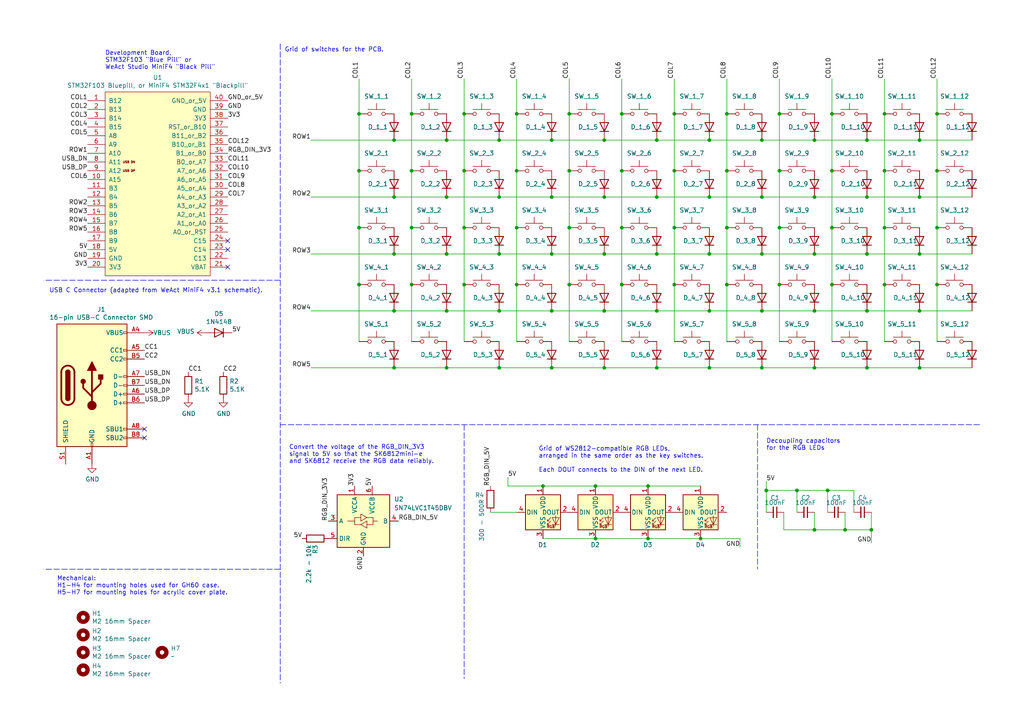
<source format=kicad_sch>
(kicad_sch (version 20211123) (generator eeschema)
  (paper "A4")
  (title_block (title "X-2, ARM-Devboard variant of peej's Lumberjack") (date "2021-12-04") (rev "2021.1") (company "Richard Goulter (github.com/rgoulter)") (comment 1 "Feature: 4x WS2812B RGB LEDs.") (comment 2 "Feature: an External USB-C connector.") (comment 3 "Uses pads common to both the Bluepill devboard and the WeAct MiniF4.") (comment 4 "Keyboard PCB; 12x5 matrix."))
  (lib_symbols
    (symbol "Connector:USB_C_Receptacle_USB2.0" (pin_names (offset 1.016))
      (property "Reference" "J" (at -10.16 19.05 0))
      (property "Value" "USB_C_Receptacle_USB2.0" (at 19.05 19.05 0))
      (symbol "USB_C_Receptacle_USB2.0_1_1"
        (pin passive line (at 0 -22.86 90) (length 5.08) (name "GND") (number "A1"))
        (pin passive line (at 0 -22.86 90) (length 5.08) hide (name "GND") (number "A12"))
        (pin passive line (at 15.24 15.24 180) (length 5.08) (name "VBUS") (number "A4"))
        (pin bidirectional line (at 15.24 10.16 180) (length 5.08) (name "CC1") (number "A5"))
        (pin bidirectional line (at 15.24 -2.54 180) (length 5.08) (name "D+") (number "A6"))
        (pin bidirectional line (at 15.24 2.54 180) (length 5.08) (name "D-") (number "A7"))
        (pin bidirectional line (at 15.24 -12.7 180) (length 5.08) (name "SBU1") (number "A8"))
        (pin passive line (at 15.24 15.24 180) (length 5.08) hide (name "VBUS") (number "A9"))
        (pin passive line (at 0 -22.86 90) (length 5.08) hide (name "GND") (number "B1"))
        (pin passive line (at 0 -22.86 90) (length 5.08) hide (name "GND") (number "B12"))
        (pin passive line (at 15.24 15.24 180) (length 5.08) hide (name "VBUS") (number "B4"))
        (pin bidirectional line (at 15.24 7.62 180) (length 5.08) (name "CC2") (number "B5"))
        (pin bidirectional line (at 15.24 -5.08 180) (length 5.08) (name "D+") (number "B6"))
        (pin bidirectional line (at 15.24 0 180) (length 5.08) (name "D-") (number "B7"))
        (pin bidirectional line (at 15.24 -15.24 180) (length 5.08) (name "SBU2") (number "B8"))
        (pin passive line (at 15.24 15.24 180) (length 5.08) hide (name "VBUS") (number "B9"))
        (pin passive line (at -7.62 -22.86 90) (length 5.08) (name "SHIELD") (number "S1"))
      )
    )
    (symbol "Device:C_Small" (pin_numbers hide) (pin_names (offset 0.254) hide)
      (property "Reference" "C" (at 0.254 1.778 0))
      (property "Value" "C_Small" (at 0.254 -2.032 0))
      (symbol "C_Small_1_1"
        (pin passive line (at 0 2.54 270) (length 2.032) (name "~") (number "1"))
        (pin passive line (at 0 -2.54 90) (length 2.032) (name "~") (number "2"))
      )
    )
    (symbol "Device:D" (pin_numbers hide) (pin_names (offset 1.016) hide)
      (property "Reference" "D" (at 0 2.54 0))
      (property "Value" "D" (at 0 -2.54 0))
      (symbol "D_1_1"
        (pin passive line (at -3.81 0 0) (length 2.54) (name "K") (number "1"))
        (pin passive line (at 3.81 0 180) (length 2.54) (name "A") (number "2"))
      )
    )
    (symbol "Device:R" (pin_numbers hide) (pin_names (offset 0))
      (property "Reference" "R" (at 2.032 0 90))
      (property "Value" "R" (at 0 0 90))
      (symbol "R_1_1"
        (pin passive line (at 0 3.81 270) (length 1.27) (name "~") (number "1"))
        (pin passive line (at 0 -3.81 90) (length 1.27) (name "~") (number "2"))
      )
    )
    (symbol "LED:WS2812B" (pin_names (offset 0.254))
      (property "Reference" "D" (at 5.08 5.715 0))
      (property "Value" "WS2812B" (at 1.27 -5.715 0))
      (symbol "WS2812B_0_0"
        (text "RGB" (at 2.286 -4.191 0) (effects (font (size 0.762 0.762))))
      )
      (symbol "WS2812B_1_1"
        (pin power_in line (at 0 7.62 270) (length 2.54) (name "VDD") (number "1"))
        (pin output line (at 7.62 0 180) (length 2.54) (name "DOUT") (number "2"))
        (pin power_in line (at 0 -7.62 90) (length 2.54) (name "VSS") (number "3"))
        (pin input line (at -7.62 0 0) (length 2.54) (name "DIN") (number "4"))
      )
    )
    (symbol "Logic_LevelTranslator:SN74LVC1T45DBV"
      (property "Reference" "U" (at -6.35 8.89 0))
      (property "Value" "SN74LVC1T45DBV" (at 3.81 8.89 0))
      (symbol "SN74LVC1T45DBV_1_1"
        (pin power_in line (at -2.54 10.16 270) (length 2.54) (name "VCCA") (number "1"))
        (pin power_in line (at 0 -10.16 90) (length 2.54) (name "GND") (number "2"))
        (pin bidirectional line (at -10.16 0 0) (length 2.54) (name "A") (number "3"))
        (pin bidirectional line (at 10.16 0 180) (length 2.54) (name "B") (number "4"))
        (pin input line (at -10.16 -5.08 0) (length 2.54) (name "DIR") (number "5"))
        (pin power_in line (at 2.54 10.16 270) (length 2.54) (name "VCCB") (number "6"))
      )
    )
    (symbol "Mechanical:MountingHole" (pin_names (offset 1.016))
      (property "Reference" "H" (at 0 5.08 0))
      (property "Value" "MountingHole" (at 0 3.175 0))
    )
    (symbol "ProjectLocal:BluePill_or_MiniF4_DIP40" (pin_names (offset 1.016))
      (property "Reference" "U" (at -12.7 27.94 0))
      (property "Value" "BluePill_or_MiniF4_DIP40" (at -2.54 1.27 90))
      (symbol "BluePill_or_MiniF4_DIP40_0_0"
        (text "USB DN" (at -10.16 5.08 0) (effects (font (size 0.6096 0.6096)) (justify left)))
        (text "USB DP" (at -10.16 2.54 0) (effects (font (size 0.6096 0.6096)) (justify left)))
      )
      (symbol "BluePill_or_MiniF4_DIP40_1_1"
        (pin bidirectional line (at -20.32 22.86 0) (length 5.08) (name "B12") (number "1"))
        (pin bidirectional line (at -20.32 0 0) (length 5.08) (name "A15") (number "10"))
        (pin bidirectional line (at -20.32 -2.54 0) (length 5.08) (name "B3") (number "11"))
        (pin bidirectional line (at -20.32 -5.08 0) (length 5.08) (name "B4") (number "12"))
        (pin bidirectional line (at -20.32 -7.62 0) (length 5.08) (name "B5") (number "13"))
        (pin bidirectional line (at -20.32 -10.16 0) (length 5.08) (name "B6") (number "14"))
        (pin bidirectional line (at -20.32 -12.7 0) (length 5.08) (name "B7") (number "15"))
        (pin bidirectional line (at -20.32 -15.24 0) (length 5.08) (name "B8") (number "16"))
        (pin bidirectional line (at -20.32 -17.78 0) (length 5.08) (name "B9") (number "17"))
        (pin power_out line (at -20.32 -20.32 0) (length 5.08) (name "5V") (number "18"))
        (pin power_out line (at -20.32 -22.86 0) (length 5.08) (name "GND") (number "19"))
        (pin bidirectional line (at -20.32 20.32 0) (length 5.08) (name "B13") (number "2"))
        (pin power_out line (at -20.32 -25.4 0) (length 5.08) (name "3V3") (number "20"))
        (pin power_out line (at 20.32 -25.4 180) (length 5.08) (name "VBAT") (number "21"))
        (pin bidirectional line (at 20.32 -22.86 180) (length 5.08) (name "C13") (number "22"))
        (pin bidirectional line (at 20.32 -20.32 180) (length 5.08) (name "C14") (number "23"))
        (pin bidirectional line (at 20.32 -17.78 180) (length 5.08) (name "C15") (number "24"))
        (pin input line (at 20.32 -15.24 180) (length 5.08) (name "A0_or_RST") (number "25"))
        (pin bidirectional line (at 20.32 -12.7 180) (length 5.08) (name "A1_or_A0") (number "26"))
        (pin bidirectional line (at 20.32 -10.16 180) (length 5.08) (name "A2_or_A1") (number "27"))
        (pin bidirectional line (at 20.32 -7.62 180) (length 5.08) (name "A3_or_A2") (number "28"))
        (pin bidirectional line (at 20.32 -5.08 180) (length 5.08) (name "A4_or_A3") (number "29"))
        (pin bidirectional line (at -20.32 17.78 0) (length 5.08) (name "B14") (number "3"))
        (pin bidirectional line (at 20.32 -2.54 180) (length 5.08) (name "A5_or_A4") (number "30"))
        (pin bidirectional line (at 20.32 0 180) (length 5.08) (name "A6_or_A5") (number "31"))
        (pin bidirectional line (at 20.32 2.54 180) (length 5.08) (name "A7_or_A6") (number "32"))
        (pin bidirectional line (at 20.32 5.08 180) (length 5.08) (name "B0_or_A7") (number "33"))
        (pin bidirectional line (at 20.32 7.62 180) (length 5.08) (name "B1_or_B0") (number "34"))
        (pin bidirectional line (at 20.32 10.16 180) (length 5.08) (name "B10_or_B1") (number "35"))
        (pin bidirectional line (at 20.32 12.7 180) (length 5.08) (name "B11_or_B2") (number "36"))
        (pin bidirectional line (at 20.32 15.24 180) (length 5.08) (name "RST_or_B10") (number "37"))
        (pin power_out line (at 20.32 17.78 180) (length 5.08) (name "3V3") (number "38"))
        (pin power_out line (at 20.32 20.32 180) (length 5.08) (name "GND") (number "39"))
        (pin bidirectional line (at -20.32 15.24 0) (length 5.08) (name "B15") (number "4"))
        (pin power_out line (at 20.32 22.86 180) (length 5.08) (name "GND_or_5V") (number "40"))
        (pin bidirectional line (at -20.32 12.7 0) (length 5.08) (name "A8") (number "5"))
        (pin bidirectional line (at -20.32 10.16 0) (length 5.08) (name "A9") (number "6"))
        (pin bidirectional line (at -20.32 7.62 0) (length 5.08) (name "A10") (number "7"))
        (pin bidirectional line (at -20.32 5.08 0) (length 5.08) (name "A11") (number "8"))
        (pin bidirectional line (at -20.32 2.54 0) (length 5.08) (name "A12") (number "9"))
      )
    )
    (symbol "Switch:SW_Push" (pin_numbers hide) (pin_names (offset 1.016) hide)
      (property "Reference" "SW" (at 1.27 2.54 0))
      (property "Value" "SW_Push" (at 0 -1.524 0))
      (symbol "SW_Push_0_1"
        (pin passive line (at -5.08 0 0) (length 2.54) (name "1") (number "1"))
        (pin passive line (at 5.08 0 180) (length 2.54) (name "2") (number "2"))
      )
    )
    (symbol "power:GND" (power) (pin_names (offset 0))
      (property "Value" "GND" (at 0 -3.81 0))
      (symbol "GND_1_1"
        (pin power_in line (at 0 0 270) (length 0) hide (name "GND") (number "1"))
      )
    )
    (symbol "power:VBUS" (power) (pin_names (offset 0))
      (property "Value" "VBUS" (at 0 3.81 0))
      (symbol "VBUS_1_1"
        (pin power_in line (at 0 0 90) (length 0) hide (name "VBUS") (number "1"))
      )
    )
  )
  (junction (at 271.78 33.02))
  (junction (at 251.46 90.17))
  (junction (at 236.22 73.66))
  (junction (at 104.14 33.02))
  (junction (at 129.54 90.17))
  (junction (at 114.3 73.66))
  (junction (at 252.73 153.67))
  (junction (at 190.5 40.64))
  (junction (at 180.34 82.55))
  (junction (at 175.26 73.66))
  (junction (at 175.26 106.68))
  (junction (at 271.78 82.55))
  (junction (at 251.46 106.68))
  (junction (at 134.62 49.53))
  (junction (at 144.78 90.17))
  (junction (at 241.3 66.04))
  (junction (at 226.06 49.53))
  (junction (at 129.54 73.66))
  (junction (at 210.82 66.04))
  (junction (at 256.54 33.02))
  (junction (at 190.5 57.15))
  (junction (at 165.1 49.53))
  (junction (at 205.74 40.64))
  (junction (at 220.98 73.66))
  (junction (at 210.82 33.02))
  (junction (at 134.62 66.04))
  (junction (at 220.98 90.17))
  (junction (at 160.02 57.15))
  (junction (at 190.5 106.68))
  (junction (at 114.3 57.15))
  (junction (at 256.54 49.53))
  (junction (at 160.02 73.66))
  (junction (at 266.7 73.66))
  (junction (at 195.58 82.55))
  (junction (at 271.78 49.53))
  (junction (at 172.72 140.97))
  (junction (at 222.25 142.24))
  (junction (at 210.82 49.53))
  (junction (at 160.02 106.68))
  (junction (at 236.22 106.68))
  (junction (at 231.14 142.24))
  (junction (at 129.54 106.68))
  (junction (at 119.38 49.53))
  (junction (at 144.78 40.64))
  (junction (at 175.26 57.15))
  (junction (at 271.78 66.04))
  (junction (at 220.98 57.15))
  (junction (at 266.7 57.15))
  (junction (at 144.78 57.15))
  (junction (at 157.48 140.97))
  (junction (at 165.1 82.55))
  (junction (at 144.78 73.66))
  (junction (at 160.02 40.64))
  (junction (at 104.14 82.55))
  (junction (at 195.58 33.02))
  (junction (at 149.86 49.53))
  (junction (at 114.3 40.64))
  (junction (at 251.46 40.64))
  (junction (at 172.72 156.21))
  (junction (at 160.02 90.17))
  (junction (at 226.06 82.55))
  (junction (at 220.98 40.64))
  (junction (at 210.82 82.55))
  (junction (at 187.96 156.21))
  (junction (at 251.46 73.66))
  (junction (at 205.74 106.68))
  (junction (at 236.22 57.15))
  (junction (at 195.58 49.53))
  (junction (at 175.26 40.64))
  (junction (at 149.86 33.02))
  (junction (at 190.5 73.66))
  (junction (at 165.1 66.04))
  (junction (at 119.38 66.04))
  (junction (at 251.46 57.15))
  (junction (at 180.34 66.04))
  (junction (at 245.11 153.67))
  (junction (at 149.86 66.04))
  (junction (at 241.3 82.55))
  (junction (at 226.06 33.02))
  (junction (at 190.5 90.17))
  (junction (at 104.14 66.04))
  (junction (at 266.7 40.64))
  (junction (at 241.3 49.53))
  (junction (at 114.3 106.68))
  (junction (at 187.96 140.97))
  (junction (at 256.54 66.04))
  (junction (at 220.98 106.68))
  (junction (at 165.1 33.02))
  (junction (at 129.54 57.15))
  (junction (at 236.22 40.64))
  (junction (at 241.3 33.02))
  (junction (at 114.3 90.17))
  (junction (at 104.14 49.53))
  (junction (at 205.74 57.15))
  (junction (at 205.74 90.17))
  (junction (at 134.62 33.02))
  (junction (at 240.03 142.24))
  (junction (at 266.7 106.68))
  (junction (at 129.54 40.64))
  (junction (at 180.34 49.53))
  (junction (at 236.22 90.17))
  (junction (at 226.06 66.04))
  (junction (at 119.38 82.55))
  (junction (at 134.62 82.55))
  (junction (at 119.38 33.02))
  (junction (at 180.34 33.02))
  (junction (at 256.54 82.55))
  (junction (at 195.58 66.04))
  (junction (at 205.74 73.66))
  (junction (at 266.7 90.17))
  (junction (at 175.26 90.17))
  (junction (at 236.22 153.67))
  (junction (at 144.78 106.68))
  (junction (at 149.86 82.55))
  (junction (at 203.2 156.21))
  (no_connect (at 41.91 124.46))
  (no_connect (at 66.04 72.39))
  (no_connect (at 66.04 69.85))
  (no_connect (at 41.91 127))
  (no_connect (at 66.04 77.47))
  (wire (pts (xy 247.65 148.59) (xy 247.65 142.24)))
  (wire (pts (xy 104.14 66.04) (xy 104.14 82.55)))
  (wire (pts (xy 251.46 106.68) (xy 236.22 106.68)))
  (polyline (pts (xy 81.28 165.1) (xy 12.7 165.1)))
  (wire (pts (xy 271.78 22.86) (xy 271.78 33.02)))
  (wire (pts (xy 129.54 106.68) (xy 114.3 106.68)))
  (wire (pts (xy 187.96 140.97) (xy 172.72 140.97)))
  (wire (pts (xy 180.34 82.55) (xy 180.34 99.06)))
  (wire (pts (xy 149.86 82.55) (xy 149.86 99.06)))
  (wire (pts (xy 226.06 49.53) (xy 226.06 66.04)))
  (wire (pts (xy 252.73 153.67) (xy 252.73 157.48)))
  (wire (pts (xy 190.5 90.17) (xy 175.26 90.17)))
  (wire (pts (xy 226.06 33.02) (xy 226.06 49.53)))
  (wire (pts (xy 236.22 106.68) (xy 220.98 106.68)))
  (wire (pts (xy 187.96 156.21) (xy 203.2 156.21)))
  (wire (pts (xy 220.98 73.66) (xy 236.22 73.66)))
  (wire (pts (xy 175.26 106.68) (xy 160.02 106.68)))
  (wire (pts (xy 227.33 153.67) (xy 236.22 153.67)))
  (wire (pts (xy 157.48 156.21) (xy 172.72 156.21)))
  (wire (pts (xy 180.34 22.86) (xy 180.34 33.02)))
  (wire (pts (xy 256.54 49.53) (xy 256.54 66.04)))
  (wire (pts (xy 227.33 148.59) (xy 227.33 153.67)))
  (wire (pts (xy 251.46 57.15) (xy 266.7 57.15)))
  (wire (pts (xy 160.02 90.17) (xy 144.78 90.17)))
  (wire (pts (xy 205.74 90.17) (xy 190.5 90.17)))
  (wire (pts (xy 195.58 33.02) (xy 195.58 49.53)))
  (wire (pts (xy 114.3 57.15) (xy 129.54 57.15)))
  (wire (pts (xy 114.3 106.68) (xy 90.17 106.68)))
  (wire (pts (xy 210.82 66.04) (xy 210.82 82.55)))
  (wire (pts (xy 205.74 40.64) (xy 220.98 40.64)))
  (wire (pts (xy 104.14 82.55) (xy 104.14 99.06)))
  (wire (pts (xy 119.38 66.04) (xy 119.38 82.55)))
  (wire (pts (xy 241.3 82.55) (xy 241.3 99.06)))
  (wire (pts (xy 214.63 156.21) (xy 214.63 158.75)))
  (wire (pts (xy 172.72 156.21) (xy 187.96 156.21)))
  (polyline (pts (xy 219.71 123.19) (xy 219.71 165.1)))
  (wire (pts (xy 210.82 49.53) (xy 210.82 66.04)))
  (wire (pts (xy 205.74 106.68) (xy 190.5 106.68)))
  (wire (pts (xy 190.5 73.66) (xy 205.74 73.66)))
  (wire (pts (xy 256.54 22.86) (xy 256.54 33.02)))
  (wire (pts (xy 220.98 57.15) (xy 236.22 57.15)))
  (wire (pts (xy 134.62 33.02) (xy 134.62 49.53)))
  (wire (pts (xy 144.78 40.64) (xy 160.02 40.64)))
  (wire (pts (xy 236.22 90.17) (xy 220.98 90.17)))
  (wire (pts (xy 190.5 40.64) (xy 205.74 40.64)))
  (wire (pts (xy 147.32 138.43) (xy 147.32 140.97)))
  (wire (pts (xy 226.06 22.86) (xy 226.06 33.02)))
  (wire (pts (xy 271.78 82.55) (xy 271.78 99.06)))
  (wire (pts (xy 114.3 57.15) (xy 90.17 57.15)))
  (wire (pts (xy 175.26 57.15) (xy 190.5 57.15)))
  (wire (pts (xy 104.14 33.02) (xy 104.14 49.53)))
  (wire (pts (xy 240.03 148.59) (xy 240.03 142.24)))
  (wire (pts (xy 241.3 66.04) (xy 241.3 82.55)))
  (wire (pts (xy 104.14 49.53) (xy 104.14 66.04)))
  (wire (pts (xy 226.06 66.04) (xy 226.06 82.55)))
  (wire (pts (xy 165.1 49.53) (xy 165.1 66.04)))
  (wire (pts (xy 114.3 40.64) (xy 90.17 40.64)))
  (wire (pts (xy 236.22 40.64) (xy 251.46 40.64)))
  (wire (pts (xy 205.74 73.66) (xy 220.98 73.66)))
  (wire (pts (xy 119.38 33.02) (xy 119.38 49.53)))
  (wire (pts (xy 245.11 148.59) (xy 245.11 153.67)))
  (wire (pts (xy 134.62 66.04) (xy 134.62 82.55)))
  (wire (pts (xy 149.86 49.53) (xy 149.86 66.04)))
  (wire (pts (xy 165.1 33.02) (xy 165.1 49.53)))
  (wire (pts (xy 144.78 57.15) (xy 160.02 57.15)))
  (wire (pts (xy 129.54 40.64) (xy 144.78 40.64)))
  (wire (pts (xy 256.54 82.55) (xy 256.54 99.06)))
  (wire (pts (xy 210.82 33.02) (xy 210.82 49.53)))
  (wire (pts (xy 251.46 73.66) (xy 236.22 73.66)))
  (wire (pts (xy 266.7 106.68) (xy 251.46 106.68)))
  (wire (pts (xy 187.96 140.97) (xy 203.2 140.97)))
  (wire (pts (xy 114.3 90.17) (xy 90.17 90.17)))
  (wire (pts (xy 281.94 73.66) (xy 266.7 73.66)))
  (wire (pts (xy 195.58 22.86) (xy 195.58 33.02)))
  (wire (pts (xy 251.46 73.66) (xy 266.7 73.66)))
  (wire (pts (xy 271.78 66.04) (xy 271.78 82.55)))
  (wire (pts (xy 271.78 49.53) (xy 271.78 66.04)))
  (wire (pts (xy 134.62 82.55) (xy 134.62 99.06)))
  (wire (pts (xy 104.14 22.86) (xy 104.14 33.02)))
  (wire (pts (xy 149.86 66.04) (xy 149.86 82.55)))
  (wire (pts (xy 149.86 33.02) (xy 149.86 49.53)))
  (wire (pts (xy 180.34 33.02) (xy 180.34 49.53)))
  (wire (pts (xy 195.58 66.04) (xy 195.58 82.55)))
  (wire (pts (xy 180.34 49.53) (xy 180.34 66.04)))
  (wire (pts (xy 129.54 90.17) (xy 114.3 90.17)))
  (wire (pts (xy 129.54 73.66) (xy 144.78 73.66)))
  (wire (pts (xy 134.62 22.86) (xy 134.62 33.02)))
  (polyline (pts (xy 81.28 81.28) (xy 12.7 81.28)))
  (wire (pts (xy 256.54 66.04) (xy 256.54 82.55)))
  (wire (pts (xy 281.94 90.17) (xy 266.7 90.17)))
  (wire (pts (xy 190.5 40.64) (xy 175.26 40.64)))
  (wire (pts (xy 236.22 153.67) (xy 245.11 153.67)))
  (wire (pts (xy 256.54 33.02) (xy 256.54 49.53)))
  (wire (pts (xy 220.98 40.64) (xy 236.22 40.64)))
  (polyline (pts (xy 81.28 123.19) (xy 284.48 123.19)))
  (wire (pts (xy 210.82 22.86) (xy 210.82 33.02)))
  (wire (pts (xy 271.78 33.02) (xy 271.78 49.53)))
  (wire (pts (xy 266.7 57.15) (xy 281.94 57.15)))
  (wire (pts (xy 245.11 153.67) (xy 252.73 153.67)))
  (wire (pts (xy 251.46 90.17) (xy 236.22 90.17)))
  (wire (pts (xy 147.32 140.97) (xy 157.48 140.97)))
  (wire (pts (xy 220.98 106.68) (xy 205.74 106.68)))
  (wire (pts (xy 231.14 148.59) (xy 231.14 142.24)))
  (wire (pts (xy 236.22 57.15) (xy 251.46 57.15)))
  (wire (pts (xy 231.14 142.24) (xy 222.25 142.24)))
  (wire (pts (xy 175.26 57.15) (xy 160.02 57.15)))
  (wire (pts (xy 114.3 73.66) (xy 129.54 73.66)))
  (wire (pts (xy 114.3 40.64) (xy 129.54 40.64)))
  (wire (pts (xy 281.94 106.68) (xy 266.7 106.68)))
  (wire (pts (xy 240.03 142.24) (xy 231.14 142.24)))
  (wire (pts (xy 266.7 90.17) (xy 251.46 90.17)))
  (wire (pts (xy 144.78 73.66) (xy 160.02 73.66)))
  (polyline (pts (xy 134.62 123.19) (xy 134.62 196.85)))
  (wire (pts (xy 119.38 22.86) (xy 119.38 33.02)))
  (wire (pts (xy 172.72 140.97) (xy 157.48 140.97)))
  (wire (pts (xy 251.46 40.64) (xy 266.7 40.64)))
  (wire (pts (xy 195.58 82.55) (xy 195.58 99.06)))
  (wire (pts (xy 203.2 156.21) (xy 214.63 156.21)))
  (wire (pts (xy 119.38 49.53) (xy 119.38 66.04)))
  (wire (pts (xy 114.3 73.66) (xy 90.17 73.66)))
  (wire (pts (xy 175.26 90.17) (xy 160.02 90.17)))
  (wire (pts (xy 165.1 66.04) (xy 165.1 82.55)))
  (wire (pts (xy 222.25 142.24) (xy 222.25 148.59)))
  (wire (pts (xy 165.1 82.55) (xy 165.1 99.06)))
  (wire (pts (xy 165.1 22.86) (xy 165.1 33.02)))
  (wire (pts (xy 190.5 57.15) (xy 205.74 57.15)))
  (polyline (pts (xy 81.28 12.7) (xy 81.28 198.12)))
  (wire (pts (xy 129.54 57.15) (xy 144.78 57.15)))
  (wire (pts (xy 222.25 139.7) (xy 222.25 142.24)))
  (wire (pts (xy 241.3 22.86) (xy 241.3 33.02)))
  (wire (pts (xy 247.65 142.24) (xy 240.03 142.24)))
  (wire (pts (xy 241.3 33.02) (xy 241.3 49.53)))
  (wire (pts (xy 195.58 49.53) (xy 195.58 66.04)))
  (wire (pts (xy 144.78 90.17) (xy 129.54 90.17)))
  (wire (pts (xy 180.34 66.04) (xy 180.34 82.55)))
  (wire (pts (xy 175.26 106.68) (xy 190.5 106.68)))
  (wire (pts (xy 266.7 40.64) (xy 281.94 40.64)))
  (wire (pts (xy 160.02 73.66) (xy 175.26 73.66)))
  (wire (pts (xy 210.82 82.55) (xy 210.82 99.06)))
  (wire (pts (xy 226.06 82.55) (xy 226.06 99.06)))
  (wire (pts (xy 144.78 106.68) (xy 129.54 106.68)))
  (wire (pts (xy 160.02 106.68) (xy 144.78 106.68)))
  (wire (pts (xy 241.3 49.53) (xy 241.3 66.04)))
  (wire (pts (xy 134.62 49.53) (xy 134.62 66.04)))
  (wire (pts (xy 236.22 148.59) (xy 236.22 153.67)))
  (wire (pts (xy 252.73 148.59) (xy 252.73 153.67)))
  (wire (pts (xy 149.86 22.86) (xy 149.86 33.02)))
  (wire (pts (xy 205.74 57.15) (xy 220.98 57.15)))
  (wire (pts (xy 160.02 40.64) (xy 175.26 40.64)))
  (wire (pts (xy 119.38 82.55) (xy 119.38 99.06)))
  (wire (pts (xy 220.98 90.17) (xy 205.74 90.17)))
  (wire (pts (xy 142.24 148.59) (xy 149.86 148.59)))
  (wire (pts (xy 175.26 73.66) (xy 190.5 73.66)))
  (text "Development Board,\nSTM32F103 \"Blue Pill\" or\nWeAct Studio MiniF4 \"Black Pill\"" (at 30.48 20.32 0) (effects (font (size 1.27 1.27)) (justify left bottom)))
  (text "Mechanical:\nH1-H4 for mounting holes used for GH60 case.\nH5-H7 for mounting holes for acrylic cover plate." (at 16.51 172.72 0) (effects (font (size 1.27 1.27)) (justify left bottom)))
  (text "USB C Connector (adapted from WeAct MiniF4 v3.1 schematic)." (at 76.2 85.09 0) (effects (font (size 1.27 1.27)) (justify right bottom)))
  (text "Decoupling capacitors\nfor the RGB LEDs" (at 222.25 130.81 0) (effects (font (size 1.27 1.27)) (justify left bottom)))
  (text "Grid of WS2812-compatible RGB LEDs,\narranged in the same order as the key switches.\n\nEach DOUT connects to the DIN of the next LED." (at 156.21 137.16 0) (effects (font (size 1.27 1.27)) (justify left bottom)))
  (text "Grid of switches for the PCB." (at 82.55 15.24 0) (effects (font (size 1.27 1.27)) (justify left bottom)))
  (text "Convert the voltage of the RGB_DIN_3V3\nsignal to 5V so that the SK6812mini-e\nand SK6812 receive the RGB data reliably." (at 83.82 134.62 0) (effects (font (size 1.27 1.27)) (justify left bottom)))
  (label "COL3" (at 134.62 22.86 90))
  (label "GND_or_5V" (at 66.04 29.21 0))
  (label "COL5" (at 165.1 22.86 90))
  (label "GND" (at 25.4 74.93 180))
  (label "3V3" (at 66.04 34.29 0))
  (label "ROW5" (at 25.4 67.31 180))
  (label "3V3" (at 102.87 140.97 90))
  (label "COL12" (at 66.04 41.91 0))
  (label "COL8" (at 210.82 22.86 90))
  (label "GND" (at 66.04 31.75 0))
  (label "COL2" (at 25.4 31.75 180))
  (label "5V" (at 147.32 138.43 0))
  (label "ROW5" (at 90.17 106.68 180))
  (label "5V" (at 67.31 96.52 0))
  (label "COL4" (at 25.4 36.83 180))
  (label "COL4" (at 149.86 22.86 90))
  (label "CC1" (at 54.61 107.95 0))
  (label "ROW1" (at 25.4 44.45 180))
  (label "ROW2" (at 90.17 57.15 180))
  (label "COL9" (at 66.04 52.07 0))
  (label "CC1" (at 41.91 101.6 0))
  (label "USB_DP" (at 41.91 116.84 0))
  (label "COL7" (at 66.04 57.15 0))
  (label "RGB_DIN_3V3" (at 66.04 44.45 0))
  (label "5V" (at 222.25 139.7 0))
  (label "ROW1" (at 90.17 40.64 180))
  (label "RGB_DIN_3V3" (at 95.25 151.13 90))
  (label "GND" (at 105.41 161.29 270))
  (label "USB_DN" (at 41.91 109.22 0))
  (label "5V" (at 25.4 72.39 180))
  (label "ROW3" (at 90.17 73.66 180))
  (label "GND" (at 214.63 158.75 180))
  (label "ROW4" (at 25.4 64.77 180))
  (label "COL11" (at 66.04 46.99 0))
  (label "5V" (at 107.95 140.97 90))
  (label "5V" (at 87.63 156.21 180))
  (label "RGB_DIN_5V" (at 115.57 151.13 0))
  (label "USB_DN" (at 41.91 111.76 0))
  (label "USB_DP" (at 25.4 49.53 180))
  (label "COL7" (at 195.58 22.86 90))
  (label "CC2" (at 41.91 104.14 0))
  (label "COL10" (at 66.04 49.53 0))
  (label "ROW2" (at 25.4 59.69 180))
  (label "COL11" (at 256.54 22.86 90))
  (label "CC2" (at 64.77 107.95 0))
  (label "RGB_DIN_5V" (at 142.24 140.97 90))
  (label "COL5" (at 25.4 39.37 180))
  (label "COL3" (at 25.4 34.29 180))
  (label "ROW3" (at 25.4 62.23 180))
  (label "COL12" (at 271.78 22.86 90))
  (label "COL10" (at 241.3 22.86 90))
  (label "USB_DN" (at 25.4 46.99 180))
  (label "COL1" (at 25.4 29.21 180))
  (label "COL8" (at 66.04 54.61 0))
  (label "COL6" (at 25.4 52.07 180))
  (label "COL2" (at 119.38 22.86 90))
  (label "3V3" (at 25.4 77.47 180))
  (label "USB_DP" (at 41.91 114.3 0))
  (label "COL6" (at 180.34 22.86 90))
  (label "ROW4" (at 90.17 90.17 180))
  (label "GND" (at 252.73 157.48 180))
  (label "COL1" (at 104.14 22.86 90))
  (label "COL9" (at 226.06 22.86 90))
  (symbol (lib_id "Switch:SW_Push") (at 109.22 33.02 0) (unit 1)
    (property "Reference" "SW_1_1" (at 109.22 27.94 0))
    (property "Value" "MX-compatible or Kailh Choc v1" (effects hide))
    (property "Footprint" "ProjectLocal:SW_MX_PG1350_NoLed" (effects hide))
    (property "Description" "Mechanical Keyboard Switch" (effects hide))
  )
  (symbol (lib_id "LED:WS2812B") (at 157.48 148.59 0) (unit 1)
    (property "Reference" "D1" (at 158.75 158.75 0) (effects (justify right bottom)))
    (property "Value" "SK6812" (effects hide))
    (property "Footprint" "LED_SMD:LED_WS2812B_PLCC4_5.0x5.0mm_P3.2mm" (effects hide))
    (property "Datasheet" "https://cdn-shop.adafruit.com/datasheets/WS2812B.pdf" (effects hide))
    (property "Description" "RGB LED" (effects hide))
  )
  (symbol (lib_id "LED:WS2812B") (at 172.72 148.59 0) (unit 1)
    (property "Reference" "D2" (at 173.99 158.75 0) (effects (justify right bottom)))
    (property "Value" "SK6812" (effects hide))
    (property "Footprint" "LED_SMD:LED_WS2812B_PLCC4_5.0x5.0mm_P3.2mm" (effects hide))
    (property "Datasheet" "https://cdn-shop.adafruit.com/datasheets/WS2812B.pdf" (effects hide))
    (property "Description" "RGB LED" (effects hide))
  )
  (symbol (lib_id "LED:WS2812B") (at 187.96 148.59 0) (unit 1)
    (property "Reference" "D3" (at 189.23 158.75 0) (effects (justify right bottom)))
    (property "Value" "SK6812" (effects hide))
    (property "Footprint" "LED_SMD:LED_WS2812B_PLCC4_5.0x5.0mm_P3.2mm" (effects hide))
    (property "Datasheet" "https://cdn-shop.adafruit.com/datasheets/WS2812B.pdf" (effects hide))
    (property "Description" "RGB LED" (effects hide))
  )
  (symbol (lib_id "LED:WS2812B") (at 203.2 148.59 0) (unit 1)
    (property "Reference" "D4" (at 204.47 158.75 0) (effects (justify right bottom)))
    (property "Value" "SK6812" (effects hide))
    (property "Footprint" "LED_SMD:LED_WS2812B_PLCC4_5.0x5.0mm_P3.2mm" (effects hide))
    (property "Datasheet" "https://cdn-shop.adafruit.com/datasheets/WS2812B.pdf" (effects hide))
    (property "Description" "RGB LED" (effects hide))
  )
  (symbol (lib_id "Mechanical:MountingHole") (at 24.13 179.07 0) (unit 1)
    (property "Reference" "H1" (at 26.67 177.9016 0) (effects (justify left)))
    (property "Value" "M2 16mm Spacer" (at 26.67 180.213 0) (effects (justify left)))
    (property "Footprint" "MountingHole:MountingHole_2.2mm_M2_DIN965_Pad" (effects hide))
    (property "Description" "Acrylic Cover Mounting Hole" (effects hide))
  )
  (symbol (lib_id "Mechanical:MountingHole") (at 24.13 184.15 0) (unit 1)
    (property "Reference" "H2" (at 26.67 182.9816 0) (effects (justify left)))
    (property "Value" "M2 16mm Spacer" (at 26.67 185.293 0) (effects (justify left)))
    (property "Footprint" "MountingHole:MountingHole_2.2mm_M2_DIN965_Pad" (effects hide))
    (property "Description" "Acrylic Cover Mounting Hole" (effects hide))
  )
  (symbol (lib_id "Mechanical:MountingHole") (at 24.13 189.23 0) (unit 1)
    (property "Reference" "H3" (at 26.67 188.0616 0) (effects (justify left)))
    (property "Value" "M2 16mm Spacer" (at 26.67 190.373 0) (effects (justify left)))
    (property "Footprint" "MountingHole:MountingHole_2.2mm_M2_DIN965_Pad" (effects hide))
    (property "Description" "Acrylic Cover Mounting Hole" (effects hide))
  )
  (symbol (lib_id "Mechanical:MountingHole") (at 24.13 194.31 0) (unit 1)
    (property "Reference" "H4" (at 26.67 193.1416 0) (effects (justify left)))
    (property "Value" "M2 16mm Spacer" (at 26.67 195.453 0) (effects (justify left)))
    (property "Footprint" "MountingHole:MountingHole_2.2mm_M2_DIN965_Pad" (effects hide))
    (property "Description" "Acrylic Cover Mounting Hole" (effects hide))
  )
  (symbol (lib_id "Mechanical:MountingHole") (at 46.99 189.23 0) (unit 1)
    (property "Reference" "H7" (at 49.53 188.0616 0) (effects (justify left)))
    (property "Value" "~" (at 49.53 190.373 0) (effects (justify left)))
    (property "Footprint" "ProjectLocal:H_M2_Spacer_Hole" (effects hide))
    (property "Description" "GH-60 Case Mounting Hole" (effects hide))
  )
  (symbol (lib_id "Device:C_Small") (at 224.79 148.59 270) (unit 1)
    (property "Reference" "C1" (at 224.79 145.1102 90) (effects (justify bottom)))
    (property "Value" "100nF" (at 224.79 145.0848 90) (effects (justify top)))
    (property "Footprint" "ProjectLocal:C_0805_2012Metric_Pad1.18x1.45mm_HandSolder_Dual" (effects hide))
    (property "Description" "Capacitor (Through-hole or 0805)" (effects hide))
  )
  (symbol (lib_id "Logic_LevelTranslator:SN74LVC1T45DBV") (at 105.41 151.13 0) (unit 1)
    (property "Reference" "U2" (at 114.3 144.78 0) (effects (justify left)))
    (property "Value" "SN74LVC1T45DBV" (at 114.3 147.32 0) (effects (justify left)))
    (property "Footprint" "Package_TO_SOT_SMD:SOT-23-6_Handsoldering" (effects hide))
    (property "Datasheet" "http://www.ti.com/lit/ds/symlink/sn74lvc1t45.pdf" (effects hide))
    (property "Description" "Logic Level Shifter" (effects hide))
  )
  (symbol (lib_id "Device:R") (at 91.44 156.21 270) (unit 1)
    (property "Reference" "R3" (at 91.44 157.988 0) (effects (justify left)))
    (property "Value" "2.2k - 10k" (at 90.297 157.988 0) (effects (justify left top)))
    (property "Footprint" "ProjectLocal:Resistor-Hybrid" (effects hide))
    (property "Description" "Resistor (1/4W through-hole, or 0805)" (effects hide))
  )
  (symbol (lib_id "Device:C_Small") (at 233.68 148.59 270) (unit 1)
    (property "Reference" "C2" (at 233.68 145.1102 90) (effects (justify bottom)))
    (property "Value" "100nF" (at 233.68 145.0848 90) (effects (justify top)))
    (property "Footprint" "ProjectLocal:C_0805_2012Metric_Pad1.18x1.45mm_HandSolder_Dual" (effects hide))
    (property "Description" "Capacitor (Through-hole or 0805)" (effects hide))
  )
  (symbol (lib_id "Device:C_Small") (at 250.19 148.59 270) (unit 1)
    (property "Reference" "C4" (at 250.19 145.1102 90) (effects (justify bottom)))
    (property "Value" "100nF" (at 250.19 145.0848 90) (effects (justify top)))
    (property "Footprint" "ProjectLocal:C_0805_2012Metric_Pad1.18x1.45mm_HandSolder_Dual" (effects hide))
    (property "Description" "Capacitor (Through-hole or 0805)" (effects hide))
  )
  (symbol (lib_id "Device:C_Small") (at 242.57 148.59 270) (unit 1)
    (property "Reference" "C3" (at 242.57 145.1102 90) (effects (justify bottom)))
    (property "Value" "100nF" (at 242.57 145.0848 90) (effects (justify top)))
    (property "Footprint" "ProjectLocal:C_0805_2012Metric_Pad1.18x1.45mm_HandSolder_Dual" (effects hide))
    (property "Description" "Capacitor (Through-hole or 0805)" (effects hide))
  )
  (symbol (lib_id "Device:R") (at 142.24 144.78 0) (unit 1)
    (property "Reference" "R4" (at 140.462 143.6116 0) (effects (justify right)))
    (property "Value" "300 - 500R" (at 139.7 144.78 90) (effects (justify right)))
    (property "Footprint" "ProjectLocal:Resistor-Hybrid" (effects hide))
    (property "Description" "Resistor (1/4W through-hole, or 0805)" (effects hide))
  )
  (symbol (lib_id "ProjectLocal:BluePill_or_MiniF4_DIP40") (at 45.72 52.07 0) (unit 1)
    (property "Reference" "U1" (at 45.72 22.479 0))
    (property "Value" "STM32F103 Bluepill, or MiniF4 STM32F4x1 \"Blackpill\"" (at 45.72 24.7904 0))
    (property "Footprint" "Package_DIP:DIP-40_W15.24mm_Socket" (effects hide))
    (property "Description" "DIP-40 STM32 Development Board" (effects hide))
    (property "Comment" "Ideally, use a DIP-40 socket with round pins, or cut down a SIP header with round pins" (effects hide))
  )
  (symbol (lib_id "Connector:USB_C_Receptacle_USB2.0") (at 26.67 111.76 0) (unit 1)
    (property "Reference" "J1" (at 29.3878 89.7382 0))
    (property "Value" "16-pin USB-C Connector SMD" (at 29.3878 92.0496 0))
    (property "Footprint" "Connector_USB:USB_C_Receptacle_XKB_U262-16XN-4BVC11" (effects hide))
    (property "Datasheet" "https://www.usb.org/sites/default/files/documents/usb_type-c.zip" (effects hide))
    (property "Description" "USB-C Connector" (effects hide))
  )
  (symbol (lib_id "Device:D") (at 63.5 96.52 180) (unit 1)
    (property "Reference" "D5" (at 63.5 91.0082 0))
    (property "Value" "1N4148" (at 63.5 93.3196 0))
    (property "Footprint" "Keebio-Parts:Diode-dual" (effects hide))
    (property "Description" "Diode (Through-hole or 0805)" (effects hide))
  )
  (symbol (lib_id "Device:R") (at 54.61 111.76 0) (unit 1)
    (property "Reference" "R1" (at 56.388 110.5916 0) (effects (justify left)))
    (property "Value" "5.1K" (at 56.388 112.903 0) (effects (justify left)))
    (property "Footprint" "ProjectLocal:Resistor-Hybrid" (effects hide))
    (property "Description" "Resistor (1/4W through-hole, or 0805)" (effects hide))
  )
  (symbol (lib_id "Device:R") (at 64.77 111.76 0) (unit 1)
    (property "Reference" "R2" (at 66.548 110.5916 0) (effects (justify left)))
    (property "Value" "5.1K" (at 66.548 112.903 0) (effects (justify left)))
    (property "Footprint" "ProjectLocal:Resistor-Hybrid" (effects hide))
    (property "Description" "Resistor (1/4W through-hole, or 0805)" (effects hide))
  )
  (symbol (lib_id "power:GND") (at 26.67 134.62 0) (unit 1)
    (property "Reference" "#PWR0101" (effects hide))
    (property "Value" "GND" (at 26.797 139.0142 0))
  )
  (symbol (lib_id "power:VBUS") (at 41.91 96.52 270) (unit 1)
    (property "Reference" "#PWR0102" (effects hide))
    (property "Value" "VBUS" (at 46.99 96.52 90))
  )
  (symbol (lib_id "power:VBUS") (at 59.69 96.52 90) (unit 1)
    (property "Reference" "#PWR0103" (effects hide))
    (property "Value" "VBUS" (at 56.4642 96.139 90) (effects (justify left)))
  )
  (symbol (lib_id "power:GND") (at 54.61 115.57 0) (unit 1)
    (property "Reference" "#PWR0104" (effects hide))
    (property "Value" "GND" (at 54.737 119.9642 0))
  )
  (symbol (lib_id "power:GND") (at 64.77 115.57 0) (unit 1)
    (property "Reference" "#PWR0105" (effects hide))
    (property "Value" "GND" (at 64.897 119.9642 0))
  )
  (symbol (lib_id "Device:D") (at 114.3 36.83 90) (unit 1)
    (property "Reference" "D_1_1" (at 106.68 36.83 90) (effects (justify right)))
    (property "Value" "1N4148" (effects hide))
    (property "Footprint" "Keebio-Parts:Diode-dual" (effects hide))
    (property "Description" "Diode (Through-hole or 0805)" (effects hide))
  )
  (symbol (lib_id "Switch:SW_Push") (at 124.46 33.02 0) (unit 1)
    (property "Reference" "SW_1_2" (at 124.46 27.94 0))
    (property "Value" "MX-compatible or Kailh Choc v1" (effects hide))
    (property "Footprint" "ProjectLocal:SW_MX_PG1350_NoLed" (effects hide))
    (property "Description" "Mechanical Keyboard Switch" (effects hide))
  )
  (symbol (lib_id "Device:D") (at 129.54 36.83 90) (unit 1)
    (property "Reference" "D_1_2" (at 121.92 36.83 90) (effects (justify right)))
    (property "Value" "1N4148" (effects hide))
    (property "Footprint" "Keebio-Parts:Diode-dual" (effects hide))
    (property "Description" "Diode (Through-hole or 0805)" (effects hide))
  )
  (symbol (lib_id "Switch:SW_Push") (at 139.7 33.02 0) (unit 1)
    (property "Reference" "SW_1_3" (at 139.7 27.94 0))
    (property "Value" "MX-compatible or Kailh Choc v1" (effects hide))
    (property "Footprint" "ProjectLocal:SW_MX_PG1350_NoLed" (effects hide))
    (property "Description" "Mechanical Keyboard Switch" (effects hide))
  )
  (symbol (lib_id "Switch:SW_Push") (at 154.94 33.02 0) (unit 1)
    (property "Reference" "SW_1_4" (at 154.94 27.94 0))
    (property "Value" "MX-compatible or Kailh Choc v1" (effects hide))
    (property "Footprint" "ProjectLocal:SW_MX_PG1350_NoLed" (effects hide))
    (property "Description" "Mechanical Keyboard Switch" (effects hide))
  )
  (symbol (lib_id "Switch:SW_Push") (at 170.18 33.02 0) (unit 1)
    (property "Reference" "SW_1_5" (at 170.18 27.94 0))
    (property "Value" "MX-compatible or Kailh Choc v1" (effects hide))
    (property "Footprint" "ProjectLocal:SW_MX_PG1350_NoLed" (effects hide))
    (property "Description" "Mechanical Keyboard Switch" (effects hide))
  )
  (symbol (lib_id "Switch:SW_Push") (at 185.42 33.02 0) (unit 1)
    (property "Reference" "SW_1_6" (at 185.42 27.94 0))
    (property "Value" "MX-compatible or Kailh Choc v1" (effects hide))
    (property "Footprint" "ProjectLocal:SW_MX_PG1350_NoLed" (effects hide))
    (property "Description" "Mechanical Keyboard Switch" (effects hide))
  )
  (symbol (lib_id "Switch:SW_Push") (at 200.66 33.02 0) (unit 1)
    (property "Reference" "SW_1_7" (at 200.66 27.94 0))
    (property "Value" "MX-compatible or Kailh Choc v1" (effects hide))
    (property "Footprint" "ProjectLocal:SW_MX_PG1350_NoLed" (effects hide))
    (property "Description" "Mechanical Keyboard Switch" (effects hide))
  )
  (symbol (lib_id "Switch:SW_Push") (at 215.9 33.02 0) (unit 1)
    (property "Reference" "SW_1_8" (at 215.9 27.94 0))
    (property "Value" "MX-compatible or Kailh Choc v1" (effects hide))
    (property "Footprint" "ProjectLocal:SW_MX_PG1350_NoLed" (effects hide))
    (property "Description" "Mechanical Keyboard Switch" (effects hide))
  )
  (symbol (lib_id "Switch:SW_Push") (at 231.14 33.02 0) (unit 1)
    (property "Reference" "SW_1_9" (at 231.14 27.94 0))
    (property "Value" "MX-compatible or Kailh Choc v1" (effects hide))
    (property "Footprint" "ProjectLocal:SW_MX_PG1350_NoLed" (effects hide))
    (property "Description" "Mechanical Keyboard Switch" (effects hide))
  )
  (symbol (lib_id "Switch:SW_Push") (at 246.38 33.02 0) (unit 1)
    (property "Reference" "SW_1_10" (at 246.38 27.94 0))
    (property "Value" "MX-compatible or Kailh Choc v1" (effects hide))
    (property "Footprint" "ProjectLocal:SW_MX_PG1350_NoLed" (effects hide))
    (property "Description" "Mechanical Keyboard Switch" (effects hide))
  )
  (symbol (lib_id "Switch:SW_Push") (at 261.62 33.02 0) (unit 1)
    (property "Reference" "SW_1_11" (at 261.62 27.94 0))
    (property "Value" "MX-compatible or Kailh Choc v1" (effects hide))
    (property "Footprint" "ProjectLocal:SW_MX_PG1350_NoLed" (effects hide))
    (property "Description" "Mechanical Keyboard Switch" (effects hide))
  )
  (symbol (lib_id "Switch:SW_Push") (at 276.86 33.02 0) (unit 1)
    (property "Reference" "SW_1_12" (at 276.86 27.94 0))
    (property "Value" "MX-compatible or Kailh Choc v1" (effects hide))
    (property "Footprint" "ProjectLocal:SW_MX_PG1350_NoLed" (effects hide))
    (property "Description" "Mechanical Keyboard Switch" (effects hide))
  )
  (symbol (lib_id "Switch:SW_Push") (at 109.22 49.53 0) (unit 1)
    (property "Reference" "SW_2_1" (at 109.22 44.45 0))
    (property "Value" "MX-compatible or Kailh Choc v1" (effects hide))
    (property "Footprint" "ProjectLocal:SW_MX_PG1350_NoLed" (effects hide))
    (property "Description" "Mechanical Keyboard Switch" (effects hide))
  )
  (symbol (lib_id "Device:D") (at 114.3 53.34 90) (unit 1)
    (property "Reference" "D_2_1" (at 106.68 53.34 90) (effects (justify right)))
    (property "Value" "1N4148" (effects hide))
    (property "Footprint" "Keebio-Parts:Diode-dual" (effects hide))
    (property "Description" "Diode (Through-hole or 0805)" (effects hide))
  )
  (symbol (lib_id "Switch:SW_Push") (at 109.22 66.04 0) (unit 1)
    (property "Reference" "SW_3_1" (at 109.22 60.96 0))
    (property "Value" "MX-compatible or Kailh Choc v1" (effects hide))
    (property "Footprint" "ProjectLocal:SW_MX_PG1350_NoLed" (effects hide))
    (property "Description" "Mechanical Keyboard Switch" (effects hide))
  )
  (symbol (lib_id "Device:D") (at 114.3 69.85 90) (unit 1)
    (property "Reference" "D_3_1" (at 106.68 69.85 90) (effects (justify right)))
    (property "Value" "1N4148" (effects hide))
    (property "Footprint" "Keebio-Parts:Diode-dual" (effects hide))
    (property "Description" "Diode (Through-hole or 0805)" (effects hide))
  )
  (symbol (lib_id "Switch:SW_Push") (at 109.22 82.55 0) (unit 1)
    (property "Reference" "SW_4_1" (at 109.22 77.47 0))
    (property "Value" "MX-compatible or Kailh Choc v1" (effects hide))
    (property "Footprint" "ProjectLocal:SW_MX_PG1350_NoLed" (effects hide))
    (property "Description" "Mechanical Keyboard Switch" (effects hide))
  )
  (symbol (lib_id "Device:D") (at 114.3 86.36 90) (unit 1)
    (property "Reference" "D_4_1" (at 106.68 86.36 90) (effects (justify right)))
    (property "Value" "1N4148" (effects hide))
    (property "Footprint" "Keebio-Parts:Diode-dual" (effects hide))
    (property "Description" "Diode (Through-hole or 0805)" (effects hide))
  )
  (symbol (lib_id "Switch:SW_Push") (at 109.22 99.06 0) (unit 1)
    (property "Reference" "SW_5_1" (at 109.22 93.98 0))
    (property "Value" "MX-compatible or Kailh Choc v1" (effects hide))
    (property "Footprint" "ProjectLocal:SW_MX_PG1350_NoLed" (effects hide))
    (property "Description" "Mechanical Keyboard Switch" (effects hide))
  )
  (symbol (lib_id "Device:D") (at 114.3 102.87 90) (unit 1)
    (property "Reference" "D_5_1" (at 106.68 102.87 90) (effects (justify right)))
    (property "Value" "1N4148" (effects hide))
    (property "Footprint" "Keebio-Parts:Diode-dual" (effects hide))
    (property "Description" "Diode (Through-hole or 0805)" (effects hide))
  )
  (symbol (lib_id "Switch:SW_Push") (at 124.46 49.53 0) (unit 1)
    (property "Reference" "SW_2_2" (at 124.46 44.45 0))
    (property "Value" "MX-compatible or Kailh Choc v1" (effects hide))
    (property "Footprint" "ProjectLocal:SW_MX_PG1350_NoLed" (effects hide))
    (property "Description" "Mechanical Keyboard Switch" (effects hide))
  )
  (symbol (lib_id "Switch:SW_Push") (at 139.7 49.53 0) (unit 1)
    (property "Reference" "SW_2_3" (at 139.7 44.45 0))
    (property "Value" "MX-compatible or Kailh Choc v1" (effects hide))
    (property "Footprint" "ProjectLocal:SW_MX_PG1350_NoLed" (effects hide))
    (property "Description" "Mechanical Keyboard Switch" (effects hide))
  )
  (symbol (lib_id "Switch:SW_Push") (at 154.94 49.53 0) (unit 1)
    (property "Reference" "SW_2_4" (at 154.94 44.45 0))
    (property "Value" "MX-compatible or Kailh Choc v1" (effects hide))
    (property "Footprint" "ProjectLocal:SW_MX_PG1350_NoLed" (effects hide))
    (property "Description" "Mechanical Keyboard Switch" (effects hide))
  )
  (symbol (lib_id "Switch:SW_Push") (at 170.18 49.53 0) (unit 1)
    (property "Reference" "SW_2_5" (at 170.18 44.45 0))
    (property "Value" "MX-compatible or Kailh Choc v1" (effects hide))
    (property "Footprint" "ProjectLocal:SW_MX_PG1350_NoLed" (effects hide))
    (property "Description" "Mechanical Keyboard Switch" (effects hide))
  )
  (symbol (lib_id "Switch:SW_Push") (at 185.42 49.53 0) (unit 1)
    (property "Reference" "SW_2_6" (at 185.42 44.45 0))
    (property "Value" "MX-compatible or Kailh Choc v1" (effects hide))
    (property "Footprint" "ProjectLocal:SW_MX_PG1350_NoLed" (effects hide))
    (property "Description" "Mechanical Keyboard Switch" (effects hide))
  )
  (symbol (lib_id "Switch:SW_Push") (at 200.66 49.53 0) (unit 1)
    (property "Reference" "SW_2_7" (at 200.66 44.45 0))
    (property "Value" "MX-compatible or Kailh Choc v1" (effects hide))
    (property "Footprint" "ProjectLocal:SW_MX_PG1350_NoLed" (effects hide))
    (property "Description" "Mechanical Keyboard Switch" (effects hide))
  )
  (symbol (lib_id "Switch:SW_Push") (at 215.9 49.53 0) (unit 1)
    (property "Reference" "SW_2_8" (at 215.9 44.45 0))
    (property "Value" "MX-compatible or Kailh Choc v1" (effects hide))
    (property "Footprint" "ProjectLocal:SW_MX_PG1350_NoLed" (effects hide))
    (property "Description" "Mechanical Keyboard Switch" (effects hide))
  )
  (symbol (lib_id "Switch:SW_Push") (at 231.14 49.53 0) (unit 1)
    (property "Reference" "SW_2_9" (at 231.14 44.45 0))
    (property "Value" "MX-compatible or Kailh Choc v1" (effects hide))
    (property "Footprint" "ProjectLocal:SW_MX_PG1350_NoLed" (effects hide))
    (property "Description" "Mechanical Keyboard Switch" (effects hide))
  )
  (symbol (lib_id "Switch:SW_Push") (at 246.38 49.53 0) (unit 1)
    (property "Reference" "SW_2_10" (at 246.38 44.45 0))
    (property "Value" "MX-compatible or Kailh Choc v1" (effects hide))
    (property "Footprint" "ProjectLocal:SW_MX_PG1350_NoLed" (effects hide))
    (property "Description" "Mechanical Keyboard Switch" (effects hide))
  )
  (symbol (lib_id "Switch:SW_Push") (at 261.62 49.53 0) (unit 1)
    (property "Reference" "SW_2_11" (at 261.62 44.45 0))
    (property "Value" "MX-compatible or Kailh Choc v1" (effects hide))
    (property "Footprint" "ProjectLocal:SW_MX_PG1350_NoLed" (effects hide))
    (property "Description" "Mechanical Keyboard Switch" (effects hide))
  )
  (symbol (lib_id "Switch:SW_Push") (at 276.86 49.53 0) (unit 1)
    (property "Reference" "SW_2_12" (at 276.86 44.45 0))
    (property "Value" "MX-compatible or Kailh Choc v1" (effects hide))
    (property "Footprint" "ProjectLocal:SW_MX_PG1350_NoLed" (effects hide))
    (property "Description" "Mechanical Keyboard Switch" (effects hide))
  )
  (symbol (lib_id "Switch:SW_Push") (at 124.46 66.04 0) (unit 1)
    (property "Reference" "SW_3_2" (at 124.46 60.96 0))
    (property "Value" "MX-compatible or Kailh Choc v1" (effects hide))
    (property "Footprint" "ProjectLocal:SW_MX_PG1350_NoLed" (effects hide))
    (property "Description" "Mechanical Keyboard Switch" (effects hide))
  )
  (symbol (lib_id "Switch:SW_Push") (at 139.7 66.04 0) (unit 1)
    (property "Reference" "SW_3_3" (at 139.7 60.96 0))
    (property "Value" "MX-compatible or Kailh Choc v1" (effects hide))
    (property "Footprint" "ProjectLocal:SW_MX_PG1350_NoLed" (effects hide))
    (property "Description" "Mechanical Keyboard Switch" (effects hide))
  )
  (symbol (lib_id "Switch:SW_Push") (at 154.94 66.04 0) (unit 1)
    (property "Reference" "SW_3_4" (at 154.94 60.96 0))
    (property "Value" "MX-compatible or Kailh Choc v1" (effects hide))
    (property "Footprint" "ProjectLocal:SW_MX_PG1350_NoLed" (effects hide))
    (property "Description" "Mechanical Keyboard Switch" (effects hide))
  )
  (symbol (lib_id "Switch:SW_Push") (at 170.18 66.04 0) (unit 1)
    (property "Reference" "SW_3_5" (at 170.18 60.96 0))
    (property "Value" "MX-compatible or Kailh Choc v1" (effects hide))
    (property "Footprint" "ProjectLocal:SW_MX_PG1350_NoLed" (effects hide))
    (property "Description" "Mechanical Keyboard Switch" (effects hide))
  )
  (symbol (lib_id "Switch:SW_Push") (at 185.42 66.04 0) (unit 1)
    (property "Reference" "SW_3_6" (at 185.42 60.96 0))
    (property "Value" "MX-compatible or Kailh Choc v1" (effects hide))
    (property "Footprint" "ProjectLocal:SW_MX_PG1350_NoLed" (effects hide))
    (property "Description" "Mechanical Keyboard Switch" (effects hide))
  )
  (symbol (lib_id "Switch:SW_Push") (at 200.66 66.04 0) (unit 1)
    (property "Reference" "SW_3_7" (at 200.66 60.96 0))
    (property "Value" "MX-compatible or Kailh Choc v1" (effects hide))
    (property "Footprint" "ProjectLocal:SW_MX_PG1350_NoLed" (effects hide))
    (property "Description" "Mechanical Keyboard Switch" (effects hide))
  )
  (symbol (lib_id "Switch:SW_Push") (at 215.9 66.04 0) (unit 1)
    (property "Reference" "SW_3_8" (at 215.9 60.96 0))
    (property "Value" "MX-compatible or Kailh Choc v1" (effects hide))
    (property "Footprint" "ProjectLocal:SW_MX_PG1350_NoLed" (effects hide))
    (property "Description" "Mechanical Keyboard Switch" (effects hide))
  )
  (symbol (lib_id "Switch:SW_Push") (at 231.14 66.04 0) (unit 1)
    (property "Reference" "SW_3_9" (at 231.14 60.96 0))
    (property "Value" "MX-compatible or Kailh Choc v1" (effects hide))
    (property "Footprint" "ProjectLocal:SW_MX_PG1350_NoLed" (effects hide))
    (property "Description" "Mechanical Keyboard Switch" (effects hide))
  )
  (symbol (lib_id "Switch:SW_Push") (at 246.38 66.04 0) (unit 1)
    (property "Reference" "SW_3_10" (at 246.38 60.96 0))
    (property "Value" "MX-compatible or Kailh Choc v1" (effects hide))
    (property "Footprint" "ProjectLocal:SW_MX_PG1350_NoLed" (effects hide))
    (property "Description" "Mechanical Keyboard Switch" (effects hide))
  )
  (symbol (lib_id "Switch:SW_Push") (at 261.62 66.04 0) (unit 1)
    (property "Reference" "SW_3_11" (at 261.62 60.96 0))
    (property "Value" "MX-compatible or Kailh Choc v1" (effects hide))
    (property "Footprint" "ProjectLocal:SW_MX_PG1350_NoLed" (effects hide))
    (property "Description" "Mechanical Keyboard Switch" (effects hide))
  )
  (symbol (lib_id "Switch:SW_Push") (at 276.86 66.04 0) (unit 1)
    (property "Reference" "SW_3_12" (at 276.86 60.96 0))
    (property "Value" "MX-compatible or Kailh Choc v1" (effects hide))
    (property "Footprint" "ProjectLocal:SW_MX_PG1350_NoLed" (effects hide))
    (property "Description" "Mechanical Keyboard Switch" (effects hide))
  )
  (symbol (lib_id "Switch:SW_Push") (at 124.46 82.55 0) (unit 1)
    (property "Reference" "SW_4_2" (at 124.46 77.47 0))
    (property "Value" "MX-compatible or Kailh Choc v1" (effects hide))
    (property "Footprint" "ProjectLocal:SW_MX_PG1350_NoLed" (effects hide))
    (property "Description" "Mechanical Keyboard Switch" (effects hide))
  )
  (symbol (lib_id "Switch:SW_Push") (at 139.7 82.55 0) (unit 1)
    (property "Reference" "SW_4_3" (at 139.7 77.47 0))
    (property "Value" "MX-compatible or Kailh Choc v1" (effects hide))
    (property "Footprint" "ProjectLocal:SW_MX_PG1350_NoLed" (effects hide))
    (property "Description" "Mechanical Keyboard Switch" (effects hide))
  )
  (symbol (lib_id "Switch:SW_Push") (at 154.94 82.55 0) (unit 1)
    (property "Reference" "SW_4_4" (at 154.94 77.47 0))
    (property "Value" "MX-compatible or Kailh Choc v1" (effects hide))
    (property "Footprint" "ProjectLocal:SW_MX_PG1350_NoLed" (effects hide))
    (property "Description" "Mechanical Keyboard Switch" (effects hide))
  )
  (symbol (lib_id "Switch:SW_Push") (at 170.18 82.55 0) (unit 1)
    (property "Reference" "SW_4_5" (at 170.18 77.47 0))
    (property "Value" "MX-compatible or Kailh Choc v1" (effects hide))
    (property "Footprint" "ProjectLocal:SW_MX_PG1350_NoLed" (effects hide))
    (property "Description" "Mechanical Keyboard Switch" (effects hide))
  )
  (symbol (lib_id "Switch:SW_Push") (at 185.42 82.55 0) (unit 1)
    (property "Reference" "SW_4_6" (at 185.42 77.47 0))
    (property "Value" "MX-compatible or Kailh Choc v1" (effects hide))
    (property "Footprint" "ProjectLocal:SW_MX_PG1350_NoLed" (effects hide))
    (property "Description" "Mechanical Keyboard Switch" (effects hide))
  )
  (symbol (lib_id "Switch:SW_Push") (at 200.66 82.55 0) (unit 1)
    (property "Reference" "SW_4_7" (at 200.66 77.47 0))
    (property "Value" "MX-compatible or Kailh Choc v1" (effects hide))
    (property "Footprint" "ProjectLocal:SW_MX_PG1350_NoLed" (effects hide))
    (property "Description" "Mechanical Keyboard Switch" (effects hide))
  )
  (symbol (lib_id "Switch:SW_Push") (at 215.9 82.55 0) (unit 1)
    (property "Reference" "SW_4_8" (at 215.9 77.47 0))
    (property "Value" "MX-compatible or Kailh Choc v1" (effects hide))
    (property "Footprint" "ProjectLocal:SW_MX_PG1350_NoLed" (effects hide))
    (property "Description" "Mechanical Keyboard Switch" (effects hide))
  )
  (symbol (lib_id "Switch:SW_Push") (at 231.14 82.55 0) (unit 1)
    (property "Reference" "SW_4_9" (at 231.14 77.47 0))
    (property "Value" "MX-compatible or Kailh Choc v1" (effects hide))
    (property "Footprint" "ProjectLocal:SW_MX_PG1350_NoLed" (effects hide))
    (property "Description" "Mechanical Keyboard Switch" (effects hide))
  )
  (symbol (lib_id "Switch:SW_Push") (at 246.38 82.55 0) (unit 1)
    (property "Reference" "SW_4_10" (at 246.38 77.47 0))
    (property "Value" "MX-compatible or Kailh Choc v1" (effects hide))
    (property "Footprint" "ProjectLocal:SW_MX_PG1350_NoLed" (effects hide))
    (property "Description" "Mechanical Keyboard Switch" (effects hide))
  )
  (symbol (lib_id "Switch:SW_Push") (at 261.62 82.55 0) (unit 1)
    (property "Reference" "SW_4_11" (at 261.62 77.47 0))
    (property "Value" "MX-compatible or Kailh Choc v1" (effects hide))
    (property "Footprint" "ProjectLocal:SW_MX_PG1350_NoLed" (effects hide))
    (property "Description" "Mechanical Keyboard Switch" (effects hide))
  )
  (symbol (lib_id "Switch:SW_Push") (at 276.86 82.55 0) (unit 1)
    (property "Reference" "SW_4_12" (at 276.86 77.47 0))
    (property "Value" "MX-compatible or Kailh Choc v1" (effects hide))
    (property "Footprint" "ProjectLocal:SW_MX_PG1350_NoLed" (effects hide))
    (property "Description" "Mechanical Keyboard Switch" (effects hide))
  )
  (symbol (lib_id "Switch:SW_Push") (at 124.46 99.06 0) (unit 1)
    (property "Reference" "SW_5_2" (at 124.46 93.98 0))
    (property "Value" "MX-compatible or Kailh Choc v1" (effects hide))
    (property "Footprint" "ProjectLocal:SW_MX_PG1350_NoLed" (effects hide))
    (property "Description" "Mechanical Keyboard Switch" (effects hide))
  )
  (symbol (lib_id "Switch:SW_Push") (at 139.7 99.06 0) (unit 1)
    (property "Reference" "SW_5_3" (at 139.7 93.98 0))
    (property "Value" "MX-compatible or Kailh Choc v1" (effects hide))
    (property "Footprint" "ProjectLocal:SW_MX_PG1350_NoLed" (effects hide))
    (property "Description" "Mechanical Keyboard Switch" (effects hide))
  )
  (symbol (lib_id "Switch:SW_Push") (at 154.94 99.06 0) (unit 1)
    (property "Reference" "SW_5_4" (at 154.94 93.98 0))
    (property "Value" "MX-compatible or Kailh Choc v1" (effects hide))
    (property "Footprint" "ProjectLocal:SW_MX_PG1350_NoLed" (effects hide))
    (property "Description" "Mechanical Keyboard Switch" (effects hide))
  )
  (symbol (lib_id "Switch:SW_Push") (at 170.18 99.06 0) (unit 1)
    (property "Reference" "SW_5_5" (at 170.18 93.98 0))
    (property "Value" "MX-compatible or Kailh Choc v1" (effects hide))
    (property "Footprint" "ProjectLocal:SW_MX_PG1350_NoLed" (effects hide))
    (property "Description" "Mechanical Keyboard Switch" (effects hide))
  )
  (symbol (lib_id "Switch:SW_Push") (at 185.42 99.06 0) (unit 1)
    (property "Reference" "SW_5_6" (at 185.42 93.98 0))
    (property "Value" "MX-compatible or Kailh Choc v1" (effects hide))
    (property "Footprint" "ProjectLocal:SW_MX_PG1350_NoLed" (effects hide))
    (property "Description" "Mechanical Keyboard Switch" (effects hide))
  )
  (symbol (lib_id "Switch:SW_Push") (at 200.66 99.06 0) (unit 1)
    (property "Reference" "SW_5_7" (at 200.66 93.98 0))
    (property "Value" "MX-compatible or Kailh Choc v1" (effects hide))
    (property "Footprint" "ProjectLocal:SW_MX_PG1350_NoLed" (effects hide))
    (property "Description" "Mechanical Keyboard Switch" (effects hide))
  )
  (symbol (lib_id "Switch:SW_Push") (at 215.9 99.06 0) (unit 1)
    (property "Reference" "SW_5_8" (at 215.9 93.98 0))
    (property "Value" "MX-compatible or Kailh Choc v1" (effects hide))
    (property "Footprint" "ProjectLocal:SW_MX_PG1350_NoLed" (effects hide))
    (property "Description" "Mechanical Keyboard Switch" (effects hide))
  )
  (symbol (lib_id "Switch:SW_Push") (at 231.14 99.06 0) (unit 1)
    (property "Reference" "SW_5_9" (at 231.14 93.98 0))
    (property "Value" "MX-compatible or Kailh Choc v1" (effects hide))
    (property "Footprint" "ProjectLocal:SW_MX_PG1350_NoLed" (effects hide))
    (property "Description" "Mechanical Keyboard Switch" (effects hide))
  )
  (symbol (lib_id "Switch:SW_Push") (at 246.38 99.06 0) (unit 1)
    (property "Reference" "SW_5_10" (at 246.38 93.98 0))
    (property "Value" "MX-compatible or Kailh Choc v1" (effects hide))
    (property "Footprint" "ProjectLocal:SW_MX_PG1350_NoLed" (effects hide))
    (property "Description" "Mechanical Keyboard Switch" (effects hide))
  )
  (symbol (lib_id "Switch:SW_Push") (at 261.62 99.06 0) (unit 1)
    (property "Reference" "SW_5_11" (at 261.62 93.98 0))
    (property "Value" "MX-compatible or Kailh Choc v1" (effects hide))
    (property "Footprint" "ProjectLocal:SW_MX_PG1350_NoLed" (effects hide))
    (property "Description" "Mechanical Keyboard Switch" (effects hide))
  )
  (symbol (lib_id "Switch:SW_Push") (at 276.86 99.06 0) (unit 1)
    (property "Reference" "SW_5_12" (at 276.86 93.98 0))
    (property "Value" "MX-compatible or Kailh Choc v1" (effects hide))
    (property "Footprint" "ProjectLocal:SW_MX_PG1350_NoLed" (effects hide))
    (property "Description" "Mechanical Keyboard Switch" (effects hide))
  )
  (symbol (lib_id "Device:D") (at 144.78 36.83 90) (unit 1)
    (property "Reference" "D_1_3" (at 137.16 36.83 90) (effects (justify right)))
    (property "Value" "1N4148" (effects hide))
    (property "Footprint" "Keebio-Parts:Diode-dual" (effects hide))
    (property "Description" "Diode (Through-hole or 0805)" (effects hide))
  )
  (symbol (lib_id "Device:D") (at 160.02 36.83 90) (unit 1)
    (property "Reference" "D_1_4" (at 152.4 36.83 90) (effects (justify right)))
    (property "Value" "1N4148" (effects hide))
    (property "Footprint" "Keebio-Parts:Diode-dual" (effects hide))
    (property "Description" "Diode (Through-hole or 0805)" (effects hide))
  )
  (symbol (lib_id "Device:D") (at 175.26 36.83 90) (unit 1)
    (property "Reference" "D_1_5" (at 167.64 36.83 90) (effects (justify right)))
    (property "Value" "1N4148" (effects hide))
    (property "Footprint" "Keebio-Parts:Diode-dual" (effects hide))
    (property "Description" "Diode (Through-hole or 0805)" (effects hide))
  )
  (symbol (lib_id "Device:D") (at 190.5 36.83 90) (unit 1)
    (property "Reference" "D_1_6" (at 182.88 36.83 90) (effects (justify right)))
    (property "Value" "1N4148" (effects hide))
    (property "Footprint" "Keebio-Parts:Diode-dual" (effects hide))
    (property "Description" "Diode (Through-hole or 0805)" (effects hide))
  )
  (symbol (lib_id "Device:D") (at 205.74 36.83 90) (unit 1)
    (property "Reference" "D_1_7" (at 198.12 36.83 90) (effects (justify right)))
    (property "Value" "1N4148" (effects hide))
    (property "Footprint" "Keebio-Parts:Diode-dual" (effects hide))
    (property "Description" "Diode (Through-hole or 0805)" (effects hide))
  )
  (symbol (lib_id "Device:D") (at 220.98 36.83 90) (unit 1)
    (property "Reference" "D_1_8" (at 213.36 36.83 90) (effects (justify right)))
    (property "Value" "1N4148" (effects hide))
    (property "Footprint" "Keebio-Parts:Diode-dual" (effects hide))
    (property "Description" "Diode (Through-hole or 0805)" (effects hide))
  )
  (symbol (lib_id "Device:D") (at 236.22 36.83 90) (unit 1)
    (property "Reference" "D_1_9" (at 228.6 36.83 90) (effects (justify right)))
    (property "Value" "1N4148" (effects hide))
    (property "Footprint" "Keebio-Parts:Diode-dual" (effects hide))
    (property "Description" "Diode (Through-hole or 0805)" (effects hide))
  )
  (symbol (lib_id "Device:D") (at 251.46 36.83 90) (unit 1)
    (property "Reference" "D_1_10" (at 243.84 36.83 90) (effects (justify right)))
    (property "Value" "1N4148" (effects hide))
    (property "Footprint" "Keebio-Parts:Diode-dual" (effects hide))
    (property "Description" "Diode (Through-hole or 0805)" (effects hide))
  )
  (symbol (lib_id "Device:D") (at 266.7 36.83 90) (unit 1)
    (property "Reference" "D_1_11" (at 259.08 36.83 90) (effects (justify right)))
    (property "Value" "1N4148" (effects hide))
    (property "Footprint" "Keebio-Parts:Diode-dual" (effects hide))
    (property "Description" "Diode (Through-hole or 0805)" (effects hide))
  )
  (symbol (lib_id "Device:D") (at 281.94 36.83 90) (unit 1)
    (property "Reference" "D_1_12" (at 274.32 36.83 90) (effects (justify right)))
    (property "Value" "1N4148" (effects hide))
    (property "Footprint" "Keebio-Parts:Diode-dual" (effects hide))
    (property "Description" "Diode (Through-hole or 0805)" (effects hide))
  )
  (symbol (lib_id "Device:D") (at 190.5 53.34 90) (unit 1)
    (property "Reference" "D_2_6" (at 182.88 53.34 90) (effects (justify right)))
    (property "Value" "1N4148" (effects hide))
    (property "Footprint" "Keebio-Parts:Diode-dual" (effects hide))
    (property "Description" "Diode (Through-hole or 0805)" (effects hide))
  )
  (symbol (lib_id "Device:D") (at 190.5 69.85 90) (unit 1)
    (property "Reference" "D_3_6" (at 182.88 69.85 90) (effects (justify right)))
    (property "Value" "1N4148" (effects hide))
    (property "Footprint" "Keebio-Parts:Diode-dual" (effects hide))
    (property "Description" "Diode (Through-hole or 0805)" (effects hide))
  )
  (symbol (lib_id "Device:D") (at 190.5 86.36 90) (unit 1)
    (property "Reference" "D_4_6" (at 182.88 86.36 90) (effects (justify right)))
    (property "Value" "1N4148" (effects hide))
    (property "Footprint" "Keebio-Parts:Diode-dual" (effects hide))
    (property "Description" "Diode (Through-hole or 0805)" (effects hide))
  )
  (symbol (lib_id "Device:D") (at 129.54 102.87 90) (unit 1)
    (property "Reference" "D_5_2" (at 121.92 102.87 90) (effects (justify right)))
    (property "Value" "1N4148" (effects hide))
    (property "Footprint" "Keebio-Parts:Diode-dual" (effects hide))
    (property "Description" "Diode (Through-hole or 0805)" (effects hide))
  )
  (symbol (lib_id "Device:D") (at 144.78 102.87 90) (unit 1)
    (property "Reference" "D_5_3" (at 137.16 102.87 90) (effects (justify right)))
    (property "Value" "1N4148" (effects hide))
    (property "Footprint" "Keebio-Parts:Diode-dual" (effects hide))
    (property "Description" "Diode (Through-hole or 0805)" (effects hide))
  )
  (symbol (lib_id "Device:D") (at 160.02 102.87 90) (unit 1)
    (property "Reference" "D_5_4" (at 152.4 102.87 90) (effects (justify right)))
    (property "Value" "1N4148" (effects hide))
    (property "Footprint" "Keebio-Parts:Diode-dual" (effects hide))
    (property "Description" "Diode (Through-hole or 0805)" (effects hide))
  )
  (symbol (lib_id "Device:D") (at 175.26 102.87 90) (unit 1)
    (property "Reference" "D_5_5" (at 167.64 102.87 90) (effects (justify right)))
    (property "Value" "1N4148" (effects hide))
    (property "Footprint" "Keebio-Parts:Diode-dual" (effects hide))
    (property "Description" "Diode (Through-hole or 0805)" (effects hide))
  )
  (symbol (lib_id "Device:D") (at 190.5 102.87 90) (unit 1)
    (property "Reference" "D_5_6" (at 182.88 102.87 90) (effects (justify right)))
    (property "Value" "1N4148" (effects hide))
    (property "Footprint" "Keebio-Parts:Diode-dual" (effects hide))
    (property "Description" "Diode (Through-hole or 0805)" (effects hide))
  )
  (symbol (lib_id "Device:D") (at 205.74 53.34 90) (unit 1)
    (property "Reference" "D_2_7" (at 198.12 53.34 90) (effects (justify right)))
    (property "Value" "1N4148" (effects hide))
    (property "Footprint" "Keebio-Parts:Diode-dual" (effects hide))
    (property "Description" "Diode (Through-hole or 0805)" (effects hide))
  )
  (symbol (lib_id "Device:D") (at 220.98 53.34 90) (unit 1)
    (property "Reference" "D_2_8" (at 213.36 53.34 90) (effects (justify right)))
    (property "Value" "1N4148" (effects hide))
    (property "Footprint" "Keebio-Parts:Diode-dual" (effects hide))
    (property "Description" "Diode (Through-hole or 0805)" (effects hide))
  )
  (symbol (lib_id "Device:D") (at 236.22 53.34 90) (unit 1)
    (property "Reference" "D_2_9" (at 228.6 53.34 90) (effects (justify right)))
    (property "Value" "1N4148" (effects hide))
    (property "Footprint" "Keebio-Parts:Diode-dual" (effects hide))
    (property "Description" "Diode (Through-hole or 0805)" (effects hide))
  )
  (symbol (lib_id "Device:D") (at 251.46 53.34 90) (unit 1)
    (property "Reference" "D_2_10" (at 243.84 53.34 90) (effects (justify right)))
    (property "Value" "1N4148" (effects hide))
    (property "Footprint" "Keebio-Parts:Diode-dual" (effects hide))
    (property "Description" "Diode (Through-hole or 0805)" (effects hide))
  )
  (symbol (lib_id "Device:D") (at 266.7 53.34 90) (unit 1)
    (property "Reference" "D_2_11" (at 259.08 53.34 90) (effects (justify right)))
    (property "Value" "1N4148" (effects hide))
    (property "Footprint" "Keebio-Parts:Diode-dual" (effects hide))
    (property "Description" "Diode (Through-hole or 0805)" (effects hide))
  )
  (symbol (lib_id "Device:D") (at 281.94 53.34 90) (unit 1)
    (property "Reference" "D_2_12" (at 274.32 53.34 90) (effects (justify right)))
    (property "Value" "1N4148" (effects hide))
    (property "Footprint" "Keebio-Parts:Diode-dual" (effects hide))
    (property "Description" "Diode (Through-hole or 0805)" (effects hide))
  )
  (symbol (lib_id "Device:D") (at 205.74 69.85 90) (unit 1)
    (property "Reference" "D_3_7" (at 198.12 69.85 90) (effects (justify right)))
    (property "Value" "1N4148" (effects hide))
    (property "Footprint" "Keebio-Parts:Diode-dual" (effects hide))
    (property "Description" "Diode (Through-hole or 0805)" (effects hide))
  )
  (symbol (lib_id "Device:D") (at 220.98 69.85 90) (unit 1)
    (property "Reference" "D_3_8" (at 213.36 69.85 90) (effects (justify right)))
    (property "Value" "1N4148" (effects hide))
    (property "Footprint" "Keebio-Parts:Diode-dual" (effects hide))
    (property "Description" "Diode (Through-hole or 0805)" (effects hide))
  )
  (symbol (lib_id "Device:D") (at 236.22 69.85 90) (unit 1)
    (property "Reference" "D_3_9" (at 228.6 69.85 90) (effects (justify right)))
    (property "Value" "1N4148" (effects hide))
    (property "Footprint" "Keebio-Parts:Diode-dual" (effects hide))
    (property "Description" "Diode (Through-hole or 0805)" (effects hide))
  )
  (symbol (lib_id "Device:D") (at 251.46 69.85 90) (unit 1)
    (property "Reference" "D_3_10" (at 243.84 69.85 90) (effects (justify right)))
    (property "Value" "1N4148" (effects hide))
    (property "Footprint" "Keebio-Parts:Diode-dual" (effects hide))
    (property "Description" "Diode (Through-hole or 0805)" (effects hide))
  )
  (symbol (lib_id "Device:D") (at 266.7 69.85 90) (unit 1)
    (property "Reference" "D_3_11" (at 259.08 69.85 90) (effects (justify right)))
    (property "Value" "1N4148" (effects hide))
    (property "Footprint" "Keebio-Parts:Diode-dual" (effects hide))
    (property "Description" "Diode (Through-hole or 0805)" (effects hide))
  )
  (symbol (lib_id "Device:D") (at 281.94 69.85 90) (unit 1)
    (property "Reference" "D_3_12" (at 274.32 69.85 90) (effects (justify right)))
    (property "Value" "1N4148" (effects hide))
    (property "Footprint" "Keebio-Parts:Diode-dual" (effects hide))
    (property "Description" "Diode (Through-hole or 0805)" (effects hide))
  )
  (symbol (lib_id "Device:D") (at 205.74 86.36 90) (unit 1)
    (property "Reference" "D_4_7" (at 198.12 86.36 90) (effects (justify right)))
    (property "Value" "1N4148" (effects hide))
    (property "Footprint" "Keebio-Parts:Diode-dual" (effects hide))
    (property "Description" "Diode (Through-hole or 0805)" (effects hide))
  )
  (symbol (lib_id "Device:D") (at 220.98 86.36 90) (unit 1)
    (property "Reference" "D_4_8" (at 213.36 86.36 90) (effects (justify right)))
    (property "Value" "1N4148" (effects hide))
    (property "Footprint" "Keebio-Parts:Diode-dual" (effects hide))
    (property "Description" "Diode (Through-hole or 0805)" (effects hide))
  )
  (symbol (lib_id "Device:D") (at 236.22 86.36 90) (unit 1)
    (property "Reference" "D_4_9" (at 228.6 86.36 90) (effects (justify right)))
    (property "Value" "1N4148" (effects hide))
    (property "Footprint" "Keebio-Parts:Diode-dual" (effects hide))
    (property "Description" "Diode (Through-hole or 0805)" (effects hide))
  )
  (symbol (lib_id "Device:D") (at 251.46 86.36 90) (unit 1)
    (property "Reference" "D_4_10" (at 243.84 86.36 90) (effects (justify right)))
    (property "Value" "1N4148" (effects hide))
    (property "Footprint" "Keebio-Parts:Diode-dual" (effects hide))
    (property "Description" "Diode (Through-hole or 0805)" (effects hide))
  )
  (symbol (lib_id "Device:D") (at 266.7 86.36 90) (unit 1)
    (property "Reference" "D_4_11" (at 259.08 86.36 90) (effects (justify right)))
    (property "Value" "1N4148" (effects hide))
    (property "Footprint" "Keebio-Parts:Diode-dual" (effects hide))
    (property "Description" "Diode (Through-hole or 0805)" (effects hide))
  )
  (symbol (lib_id "Device:D") (at 281.94 86.36 90) (unit 1)
    (property "Reference" "D_4_12" (at 274.32 86.36 90) (effects (justify right)))
    (property "Value" "1N4148" (effects hide))
    (property "Footprint" "Keebio-Parts:Diode-dual" (effects hide))
    (property "Description" "Diode (Through-hole or 0805)" (effects hide))
  )
  (symbol (lib_id "Device:D") (at 205.74 102.87 90) (unit 1)
    (property "Reference" "D_5_7" (at 198.12 102.87 90) (effects (justify right)))
    (property "Value" "1N4148" (effects hide))
    (property "Footprint" "Keebio-Parts:Diode-dual" (effects hide))
    (property "Description" "Diode (Through-hole or 0805)" (effects hide))
  )
  (symbol (lib_id "Device:D") (at 220.98 102.87 90) (unit 1)
    (property "Reference" "D_5_8" (at 213.36 102.87 90) (effects (justify right)))
    (property "Value" "1N4148" (effects hide))
    (property "Footprint" "Keebio-Parts:Diode-dual" (effects hide))
    (property "Description" "Diode (Through-hole or 0805)" (effects hide))
  )
  (symbol (lib_id "Device:D") (at 236.22 102.87 90) (unit 1)
    (property "Reference" "D_5_9" (at 228.6 102.87 90) (effects (justify right)))
    (property "Value" "1N4148" (effects hide))
    (property "Footprint" "Keebio-Parts:Diode-dual" (effects hide))
    (property "Description" "Diode (Through-hole or 0805)" (effects hide))
  )
  (symbol (lib_id "Device:D") (at 251.46 102.87 90) (unit 1)
    (property "Reference" "D_5_10" (at 243.84 102.87 90) (effects (justify right)))
    (property "Value" "1N4148" (effects hide))
    (property "Footprint" "Keebio-Parts:Diode-dual" (effects hide))
    (property "Description" "Diode (Through-hole or 0805)" (effects hide))
  )
  (symbol (lib_id "Device:D") (at 266.7 102.87 90) (unit 1)
    (property "Reference" "D_5_11" (at 259.08 102.87 90) (effects (justify right)))
    (property "Value" "1N4148" (effects hide))
    (property "Footprint" "Keebio-Parts:Diode-dual" (effects hide))
    (property "Description" "Diode (Through-hole or 0805)" (effects hide))
  )
  (symbol (lib_id "Device:D") (at 281.94 102.87 90) (unit 1)
    (property "Reference" "D_5_12" (at 274.32 102.87 90) (effects (justify right)))
    (property "Value" "1N4148" (effects hide))
    (property "Footprint" "Keebio-Parts:Diode-dual" (effects hide))
    (property "Description" "Diode (Through-hole or 0805)" (effects hide))
  )
  (symbol (lib_id "Device:D") (at 129.54 53.34 90) (unit 1)
    (property "Reference" "D_2_2" (at 121.92 53.34 90) (effects (justify right)))
    (property "Value" "1N4148" (effects hide))
    (property "Footprint" "Keebio-Parts:Diode-dual" (effects hide))
    (property "Description" "Diode (Through-hole or 0805)" (effects hide))
  )
  (symbol (lib_id "Device:D") (at 144.78 53.34 90) (unit 1)
    (property "Reference" "D_2_3" (at 137.16 53.34 90) (effects (justify right)))
    (property "Value" "1N4148" (effects hide))
    (property "Footprint" "Keebio-Parts:Diode-dual" (effects hide))
    (property "Description" "Diode (Through-hole or 0805)" (effects hide))
  )
  (symbol (lib_id "Device:D") (at 160.02 53.34 90) (unit 1)
    (property "Reference" "D_2_4" (at 152.4 53.34 90) (effects (justify right)))
    (property "Value" "1N4148" (effects hide))
    (property "Footprint" "Keebio-Parts:Diode-dual" (effects hide))
    (property "Description" "Diode (Through-hole or 0805)" (effects hide))
  )
  (symbol (lib_id "Device:D") (at 175.26 53.34 90) (unit 1)
    (property "Reference" "D_2_5" (at 167.64 53.34 90) (effects (justify right)))
    (property "Value" "1N4148" (effects hide))
    (property "Footprint" "Keebio-Parts:Diode-dual" (effects hide))
    (property "Description" "Diode (Through-hole or 0805)" (effects hide))
  )
  (symbol (lib_id "Device:D") (at 129.54 69.85 90) (unit 1)
    (property "Reference" "D_3_2" (at 121.92 69.85 90) (effects (justify right)))
    (property "Value" "1N4148" (effects hide))
    (property "Footprint" "Keebio-Parts:Diode-dual" (effects hide))
    (property "Description" "Diode (Through-hole or 0805)" (effects hide))
  )
  (symbol (lib_id "Device:D") (at 144.78 69.85 90) (unit 1)
    (property "Reference" "D_3_3" (at 137.16 69.85 90) (effects (justify right)))
    (property "Value" "1N4148" (effects hide))
    (property "Footprint" "Keebio-Parts:Diode-dual" (effects hide))
    (property "Description" "Diode (Through-hole or 0805)" (effects hide))
  )
  (symbol (lib_id "Device:D") (at 160.02 69.85 90) (unit 1)
    (property "Reference" "D_3_4" (at 152.4 69.85 90) (effects (justify right)))
    (property "Value" "1N4148" (effects hide))
    (property "Footprint" "Keebio-Parts:Diode-dual" (effects hide))
    (property "Description" "Diode (Through-hole or 0805)" (effects hide))
  )
  (symbol (lib_id "Device:D") (at 175.26 69.85 90) (unit 1)
    (property "Reference" "D_3_5" (at 167.64 69.85 90) (effects (justify right)))
    (property "Value" "1N4148" (effects hide))
    (property "Footprint" "Keebio-Parts:Diode-dual" (effects hide))
    (property "Description" "Diode (Through-hole or 0805)" (effects hide))
  )
  (symbol (lib_id "Device:D") (at 129.54 86.36 90) (unit 1)
    (property "Reference" "D_4_2" (at 121.92 86.36 90) (effects (justify right)))
    (property "Value" "1N4148" (effects hide))
    (property "Footprint" "Keebio-Parts:Diode-dual" (effects hide))
    (property "Description" "Diode (Through-hole or 0805)" (effects hide))
  )
  (symbol (lib_id "Device:D") (at 144.78 86.36 90) (unit 1)
    (property "Reference" "D_4_3" (at 137.16 86.36 90) (effects (justify right)))
    (property "Value" "1N4148" (effects hide))
    (property "Footprint" "Keebio-Parts:Diode-dual" (effects hide))
    (property "Description" "Diode (Through-hole or 0805)" (effects hide))
  )
  (symbol (lib_id "Device:D") (at 160.02 86.36 90) (unit 1)
    (property "Reference" "D_4_4" (at 152.4 86.36 90) (effects (justify right)))
    (property "Value" "1N4148" (effects hide))
    (property "Footprint" "Keebio-Parts:Diode-dual" (effects hide))
    (property "Description" "Diode (Through-hole or 0805)" (effects hide))
  )
  (symbol (lib_id "Device:D") (at 175.26 86.36 90) (unit 1)
    (property "Reference" "D_4_5" (at 167.64 86.36 90) (effects (justify right)))
    (property "Value" "1N4148" (effects hide))
    (property "Footprint" "Keebio-Parts:Diode-dual" (effects hide))
    (property "Description" "Diode (Through-hole or 0805)" (effects hide))
  )
)
</source>
